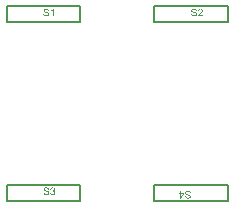
<source format=gbr>
%TF.GenerationSoftware,Altium Limited,Altium Designer,21.8.1 (53)*%
G04 Layer_Color=16711935*
%FSLAX26Y26*%
%MOIN*%
%TF.SameCoordinates,2531CBD8-4BF0-4D0B-A877-44D4BE5F07E3*%
%TF.FilePolarity,Positive*%
%TF.FileFunction,Other,Top_Assembly*%
%TF.Part,Single*%
G01*
G75*
%TA.AperFunction,NonConductor*%
%ADD25C,0.007874*%
G36*
X235934Y-288535D02*
X236230D01*
X236590Y-288568D01*
X236951Y-288601D01*
X237378Y-288633D01*
X238263Y-288732D01*
X239247Y-288929D01*
X240198Y-289158D01*
X241117Y-289486D01*
X241150D01*
X241215Y-289519D01*
X241346Y-289585D01*
X241510Y-289683D01*
X241674Y-289781D01*
X241904Y-289913D01*
X242429Y-290241D01*
X243019Y-290667D01*
X243610Y-291192D01*
X244200Y-291815D01*
X244725Y-292504D01*
Y-292537D01*
X244790Y-292602D01*
X244856Y-292701D01*
X244922Y-292865D01*
X245020Y-293061D01*
X245151Y-293258D01*
X245250Y-293521D01*
X245381Y-293816D01*
X245643Y-294505D01*
X245873Y-295259D01*
X246037Y-296145D01*
X246102Y-297063D01*
X242954Y-297325D01*
Y-297293D01*
Y-297227D01*
X242921Y-297129D01*
Y-296997D01*
X242855Y-296669D01*
X242757Y-296210D01*
X242626Y-295718D01*
X242429Y-295193D01*
X242199Y-294669D01*
X241937Y-294177D01*
X241904Y-294111D01*
X241773Y-293980D01*
X241576Y-293750D01*
X241314Y-293488D01*
X240953Y-293160D01*
X240526Y-292832D01*
X240002Y-292504D01*
X239411Y-292209D01*
X239378D01*
X239346Y-292176D01*
X239247Y-292143D01*
X239116Y-292110D01*
X238952Y-292045D01*
X238755Y-291979D01*
X238263Y-291848D01*
X237706Y-291717D01*
X237050Y-291585D01*
X236328Y-291520D01*
X235541Y-291487D01*
X235213D01*
X234852Y-291520D01*
X234393Y-291553D01*
X233901Y-291618D01*
X233310Y-291717D01*
X232753Y-291848D01*
X232195Y-292045D01*
X232162D01*
X232130Y-292077D01*
X231966Y-292143D01*
X231703Y-292274D01*
X231375Y-292438D01*
X231014Y-292668D01*
X230654Y-292930D01*
X230293Y-293225D01*
X229998Y-293586D01*
X229965Y-293619D01*
X229899Y-293750D01*
X229768Y-293980D01*
X229637Y-294242D01*
X229506Y-294570D01*
X229374Y-294931D01*
X229309Y-295325D01*
X229276Y-295751D01*
Y-295817D01*
Y-295948D01*
X229309Y-296177D01*
X229374Y-296440D01*
X229440Y-296768D01*
X229571Y-297129D01*
X229768Y-297489D01*
X229998Y-297817D01*
X230030Y-297850D01*
X230129Y-297981D01*
X230293Y-298145D01*
X230522Y-298342D01*
X230850Y-298572D01*
X231244Y-298801D01*
X231703Y-299064D01*
X232261Y-299293D01*
X232326Y-299326D01*
X232458Y-299359D01*
X232589Y-299425D01*
X232753Y-299457D01*
X232950Y-299523D01*
X233212Y-299589D01*
X233474Y-299687D01*
X233802Y-299753D01*
X234163Y-299851D01*
X234590Y-299982D01*
X235049Y-300081D01*
X235574Y-300212D01*
X236131Y-300343D01*
X236754Y-300507D01*
X236787D01*
X236918Y-300540D01*
X237082Y-300605D01*
X237312Y-300638D01*
X237607Y-300737D01*
X237902Y-300802D01*
X238657Y-301032D01*
X239444Y-301261D01*
X240264Y-301557D01*
X240986Y-301819D01*
X241314Y-301983D01*
X241609Y-302114D01*
X241642D01*
X241674Y-302147D01*
X241773Y-302213D01*
X241904Y-302278D01*
X242232Y-302475D01*
X242626Y-302770D01*
X243052Y-303098D01*
X243511Y-303492D01*
X243938Y-303951D01*
X244298Y-304443D01*
Y-304476D01*
X244331Y-304509D01*
X244430Y-304705D01*
X244561Y-304968D01*
X244725Y-305361D01*
X244889Y-305821D01*
X245020Y-306378D01*
X245118Y-306969D01*
X245151Y-307592D01*
Y-307625D01*
Y-307690D01*
Y-307789D01*
X245118Y-307920D01*
X245086Y-308281D01*
X245020Y-308773D01*
X244889Y-309330D01*
X244692Y-309921D01*
X244430Y-310544D01*
X244069Y-311167D01*
Y-311200D01*
X244003Y-311233D01*
X243872Y-311429D01*
X243610Y-311757D01*
X243282Y-312118D01*
X242822Y-312512D01*
X242298Y-312938D01*
X241642Y-313332D01*
X240920Y-313693D01*
X240887D01*
X240822Y-313725D01*
X240723Y-313791D01*
X240559Y-313824D01*
X240362Y-313889D01*
X240133Y-313988D01*
X239870Y-314053D01*
X239575Y-314152D01*
X238886Y-314283D01*
X238099Y-314447D01*
X237214Y-314545D01*
X236295Y-314578D01*
X235836D01*
X235574Y-314545D01*
X235311D01*
X234983Y-314513D01*
X234622Y-314480D01*
X233868Y-314349D01*
X233048Y-314185D01*
X232195Y-313955D01*
X231375Y-313660D01*
X231342D01*
X231277Y-313627D01*
X231178Y-313561D01*
X231014Y-313496D01*
X230621Y-313266D01*
X230162Y-312971D01*
X229604Y-312610D01*
X229079Y-312151D01*
X228522Y-311593D01*
X228062Y-310970D01*
Y-310937D01*
X227997Y-310905D01*
X227964Y-310806D01*
X227866Y-310675D01*
X227800Y-310511D01*
X227702Y-310314D01*
X227472Y-309822D01*
X227242Y-309232D01*
X227046Y-308576D01*
X226882Y-307821D01*
X226816Y-307034D01*
X230030Y-306805D01*
Y-306837D01*
Y-306903D01*
X230063Y-307034D01*
X230096Y-307198D01*
X230129Y-307395D01*
X230194Y-307625D01*
X230358Y-308149D01*
X230588Y-308707D01*
X230883Y-309297D01*
X231277Y-309888D01*
X231802Y-310380D01*
X231867Y-310445D01*
X231966Y-310478D01*
X232064Y-310577D01*
X232228Y-310675D01*
X232425Y-310773D01*
X232654Y-310872D01*
X232884Y-311003D01*
X233179Y-311101D01*
X233507Y-311200D01*
X233868Y-311298D01*
X234262Y-311397D01*
X234688Y-311495D01*
X235147Y-311528D01*
X235639Y-311593D01*
X236656D01*
X236918Y-311561D01*
X237181Y-311528D01*
X237837Y-311462D01*
X238558Y-311331D01*
X239280Y-311134D01*
X239969Y-310839D01*
X240297Y-310675D01*
X240559Y-310478D01*
X240625Y-310413D01*
X240789Y-310281D01*
X240986Y-310052D01*
X241248Y-309724D01*
X241510Y-309330D01*
X241707Y-308871D01*
X241871Y-308346D01*
X241937Y-307789D01*
Y-307723D01*
Y-307559D01*
X241871Y-307329D01*
X241806Y-307001D01*
X241707Y-306641D01*
X241543Y-306280D01*
X241314Y-305919D01*
X240986Y-305558D01*
X240920Y-305525D01*
X240854Y-305460D01*
X240756Y-305427D01*
X240625Y-305329D01*
X240461Y-305230D01*
X240231Y-305132D01*
X240002Y-305033D01*
X239674Y-304902D01*
X239313Y-304738D01*
X238919Y-304607D01*
X238460Y-304443D01*
X237935Y-304279D01*
X237345Y-304115D01*
X236689Y-303951D01*
X235967Y-303787D01*
X235934D01*
X235803Y-303754D01*
X235574Y-303689D01*
X235311Y-303623D01*
X234983Y-303557D01*
X234590Y-303459D01*
X234196Y-303361D01*
X233737Y-303229D01*
X232818Y-303000D01*
X231900Y-302737D01*
X231474Y-302573D01*
X231047Y-302442D01*
X230686Y-302311D01*
X230391Y-302180D01*
X230358D01*
X230293Y-302147D01*
X230194Y-302081D01*
X230030Y-301983D01*
X229637Y-301786D01*
X229145Y-301491D01*
X228620Y-301097D01*
X228095Y-300671D01*
X227570Y-300146D01*
X227144Y-299589D01*
Y-299556D01*
X227111Y-299523D01*
X227046Y-299425D01*
X226980Y-299326D01*
X226816Y-298998D01*
X226586Y-298572D01*
X226390Y-298047D01*
X226226Y-297424D01*
X226094Y-296768D01*
X226062Y-296013D01*
Y-295981D01*
Y-295915D01*
Y-295817D01*
X226094Y-295685D01*
Y-295489D01*
X226127Y-295292D01*
X226193Y-294800D01*
X226357Y-294209D01*
X226554Y-293586D01*
X226849Y-292897D01*
X227242Y-292241D01*
Y-292209D01*
X227308Y-292176D01*
X227374Y-292077D01*
X227439Y-291946D01*
X227734Y-291618D01*
X228095Y-291225D01*
X228554Y-290798D01*
X229112Y-290339D01*
X229801Y-289880D01*
X230555Y-289486D01*
X230588D01*
X230654Y-289453D01*
X230785Y-289388D01*
X230916Y-289322D01*
X231146Y-289257D01*
X231375Y-289191D01*
X231638Y-289093D01*
X231966Y-288994D01*
X232654Y-288830D01*
X233474Y-288666D01*
X234393Y-288535D01*
X235377Y-288502D01*
X235705D01*
X235934Y-288535D01*
D02*
G37*
G36*
X212843Y-294964D02*
X223798D01*
Y-297817D01*
X212286Y-314152D01*
X209760D01*
Y-297817D01*
X206349D01*
Y-294964D01*
X209760D01*
Y-288929D01*
X212843D01*
Y-294964D01*
D02*
G37*
G36*
X-235574Y318829D02*
X-235311D01*
X-234983Y318796D01*
X-234622Y318763D01*
X-233868Y318632D01*
X-233048Y318468D01*
X-232195Y318238D01*
X-231375Y317943D01*
X-231342D01*
X-231277Y317911D01*
X-231178Y317845D01*
X-231014Y317779D01*
X-230621Y317550D01*
X-230162Y317255D01*
X-229604Y316894D01*
X-229079Y316435D01*
X-228522Y315877D01*
X-228062Y315254D01*
Y315221D01*
X-227997Y315188D01*
X-227964Y315090D01*
X-227866Y314959D01*
X-227800Y314795D01*
X-227702Y314598D01*
X-227472Y314106D01*
X-227242Y313515D01*
X-227046Y312859D01*
X-226882Y312105D01*
X-226816Y311318D01*
X-230030Y311088D01*
Y311121D01*
Y311187D01*
X-230063Y311318D01*
X-230096Y311482D01*
X-230129Y311678D01*
X-230194Y311908D01*
X-230358Y312433D01*
X-230588Y312990D01*
X-230883Y313581D01*
X-231277Y314171D01*
X-231802Y314663D01*
X-231867Y314729D01*
X-231966Y314762D01*
X-232064Y314860D01*
X-232228Y314959D01*
X-232425Y315057D01*
X-232654Y315155D01*
X-232884Y315286D01*
X-233179Y315385D01*
X-233507Y315483D01*
X-233868Y315582D01*
X-234262Y315680D01*
X-234688Y315779D01*
X-235147Y315811D01*
X-235639Y315877D01*
X-236656D01*
X-236918Y315844D01*
X-237181Y315811D01*
X-237837Y315746D01*
X-238558Y315615D01*
X-239280Y315418D01*
X-239969Y315123D01*
X-240297Y314959D01*
X-240559Y314762D01*
X-240625Y314696D01*
X-240789Y314565D01*
X-240986Y314335D01*
X-241248Y314007D01*
X-241510Y313614D01*
X-241707Y313154D01*
X-241871Y312630D01*
X-241937Y312072D01*
Y312007D01*
Y311842D01*
X-241871Y311613D01*
X-241806Y311285D01*
X-241707Y310924D01*
X-241543Y310563D01*
X-241314Y310202D01*
X-240986Y309842D01*
X-240920Y309809D01*
X-240854Y309743D01*
X-240756Y309711D01*
X-240625Y309612D01*
X-240461Y309514D01*
X-240231Y309415D01*
X-240002Y309317D01*
X-239674Y309186D01*
X-239313Y309022D01*
X-238919Y308890D01*
X-238460Y308726D01*
X-237935Y308562D01*
X-237345Y308399D01*
X-236689Y308235D01*
X-235967Y308070D01*
X-235934D01*
X-235803Y308038D01*
X-235574Y307972D01*
X-235311Y307906D01*
X-234983Y307841D01*
X-234590Y307743D01*
X-234196Y307644D01*
X-233737Y307513D01*
X-232818Y307283D01*
X-231900Y307021D01*
X-231474Y306857D01*
X-231047Y306726D01*
X-230686Y306594D01*
X-230391Y306463D01*
X-230358D01*
X-230293Y306430D01*
X-230194Y306365D01*
X-230030Y306267D01*
X-229637Y306070D01*
X-229145Y305774D01*
X-228620Y305381D01*
X-228095Y304954D01*
X-227570Y304430D01*
X-227144Y303872D01*
Y303839D01*
X-227111Y303807D01*
X-227046Y303708D01*
X-226980Y303610D01*
X-226816Y303282D01*
X-226586Y302855D01*
X-226390Y302330D01*
X-226226Y301707D01*
X-226094Y301051D01*
X-226062Y300297D01*
Y300264D01*
Y300199D01*
Y300100D01*
X-226094Y299969D01*
Y299772D01*
X-226127Y299575D01*
X-226193Y299083D01*
X-226357Y298493D01*
X-226554Y297870D01*
X-226849Y297181D01*
X-227242Y296525D01*
Y296492D01*
X-227308Y296459D01*
X-227374Y296361D01*
X-227439Y296230D01*
X-227734Y295902D01*
X-228095Y295508D01*
X-228554Y295082D01*
X-229112Y294623D01*
X-229801Y294163D01*
X-230555Y293770D01*
X-230588D01*
X-230654Y293737D01*
X-230785Y293671D01*
X-230916Y293606D01*
X-231146Y293540D01*
X-231375Y293474D01*
X-231638Y293376D01*
X-231966Y293278D01*
X-232654Y293114D01*
X-233474Y292950D01*
X-234393Y292818D01*
X-235377Y292786D01*
X-235705D01*
X-235934Y292818D01*
X-236230D01*
X-236590Y292851D01*
X-236951Y292884D01*
X-237378Y292917D01*
X-238263Y293015D01*
X-239247Y293212D01*
X-240198Y293442D01*
X-241117Y293770D01*
X-241150D01*
X-241215Y293803D01*
X-241346Y293868D01*
X-241510Y293966D01*
X-241674Y294065D01*
X-241904Y294196D01*
X-242429Y294524D01*
X-243019Y294950D01*
X-243610Y295475D01*
X-244200Y296099D01*
X-244725Y296787D01*
Y296820D01*
X-244790Y296886D01*
X-244856Y296984D01*
X-244922Y297148D01*
X-245020Y297345D01*
X-245151Y297542D01*
X-245250Y297804D01*
X-245381Y298099D01*
X-245643Y298788D01*
X-245873Y299543D01*
X-246037Y300428D01*
X-246102Y301346D01*
X-242954Y301609D01*
Y301576D01*
Y301510D01*
X-242921Y301412D01*
Y301281D01*
X-242855Y300953D01*
X-242757Y300494D01*
X-242626Y300002D01*
X-242429Y299477D01*
X-242199Y298952D01*
X-241937Y298460D01*
X-241904Y298394D01*
X-241773Y298263D01*
X-241576Y298034D01*
X-241314Y297771D01*
X-240953Y297443D01*
X-240526Y297115D01*
X-240002Y296787D01*
X-239411Y296492D01*
X-239378D01*
X-239346Y296459D01*
X-239247Y296426D01*
X-239116Y296394D01*
X-238952Y296328D01*
X-238755Y296262D01*
X-238263Y296131D01*
X-237706Y296000D01*
X-237050Y295869D01*
X-236328Y295803D01*
X-235541Y295771D01*
X-235213D01*
X-234852Y295803D01*
X-234393Y295836D01*
X-233901Y295902D01*
X-233310Y296000D01*
X-232753Y296131D01*
X-232195Y296328D01*
X-232162D01*
X-232130Y296361D01*
X-231966Y296426D01*
X-231703Y296558D01*
X-231375Y296722D01*
X-231014Y296951D01*
X-230654Y297214D01*
X-230293Y297509D01*
X-229998Y297870D01*
X-229965Y297902D01*
X-229899Y298034D01*
X-229768Y298263D01*
X-229637Y298526D01*
X-229506Y298854D01*
X-229374Y299214D01*
X-229309Y299608D01*
X-229276Y300034D01*
Y300100D01*
Y300231D01*
X-229309Y300461D01*
X-229374Y300723D01*
X-229440Y301051D01*
X-229571Y301412D01*
X-229768Y301773D01*
X-229998Y302101D01*
X-230030Y302134D01*
X-230129Y302265D01*
X-230293Y302429D01*
X-230522Y302626D01*
X-230850Y302855D01*
X-231244Y303085D01*
X-231703Y303347D01*
X-232261Y303577D01*
X-232326Y303610D01*
X-232458Y303642D01*
X-232589Y303708D01*
X-232753Y303741D01*
X-232950Y303807D01*
X-233212Y303872D01*
X-233474Y303971D01*
X-233802Y304036D01*
X-234163Y304135D01*
X-234590Y304266D01*
X-235049Y304364D01*
X-235574Y304495D01*
X-236131Y304627D01*
X-236754Y304791D01*
X-236787D01*
X-236918Y304823D01*
X-237082Y304889D01*
X-237312Y304922D01*
X-237607Y305020D01*
X-237902Y305086D01*
X-238657Y305315D01*
X-239444Y305545D01*
X-240264Y305840D01*
X-240986Y306103D01*
X-241314Y306267D01*
X-241609Y306398D01*
X-241642D01*
X-241674Y306430D01*
X-241773Y306496D01*
X-241904Y306562D01*
X-242232Y306759D01*
X-242626Y307054D01*
X-243052Y307382D01*
X-243511Y307775D01*
X-243938Y308235D01*
X-244298Y308726D01*
Y308759D01*
X-244331Y308792D01*
X-244430Y308989D01*
X-244561Y309251D01*
X-244725Y309645D01*
X-244889Y310104D01*
X-245020Y310662D01*
X-245118Y311252D01*
X-245151Y311875D01*
Y311908D01*
Y311974D01*
Y312072D01*
X-245118Y312203D01*
X-245086Y312564D01*
X-245020Y313056D01*
X-244889Y313614D01*
X-244692Y314204D01*
X-244430Y314827D01*
X-244069Y315450D01*
Y315483D01*
X-244003Y315516D01*
X-243872Y315713D01*
X-243610Y316041D01*
X-243282Y316402D01*
X-242822Y316795D01*
X-242298Y317222D01*
X-241642Y317615D01*
X-240920Y317976D01*
X-240887D01*
X-240822Y318009D01*
X-240723Y318075D01*
X-240559Y318107D01*
X-240362Y318173D01*
X-240133Y318271D01*
X-239870Y318337D01*
X-239575Y318435D01*
X-238886Y318567D01*
X-238099Y318731D01*
X-237214Y318829D01*
X-236295Y318862D01*
X-235836D01*
X-235574Y318829D01*
D02*
G37*
G36*
X-211105Y293212D02*
X-214188D01*
Y312925D01*
X-214254Y312892D01*
X-214385Y312761D01*
X-214647Y312531D01*
X-214975Y312269D01*
X-215402Y311941D01*
X-215926Y311580D01*
X-216484Y311187D01*
X-217140Y310793D01*
X-217173D01*
X-217206Y310760D01*
X-217304Y310695D01*
X-217435Y310629D01*
X-217796Y310432D01*
X-218222Y310202D01*
X-218714Y309940D01*
X-219272Y309678D01*
X-219830Y309415D01*
X-220387Y309186D01*
Y312203D01*
X-220354D01*
X-220256Y312269D01*
X-220125Y312334D01*
X-219961Y312433D01*
X-219731Y312531D01*
X-219469Y312695D01*
X-218846Y313023D01*
X-218157Y313450D01*
X-217370Y313974D01*
X-216615Y314532D01*
X-215861Y315155D01*
X-215828Y315188D01*
X-215762Y315221D01*
X-215664Y315319D01*
X-215533Y315450D01*
X-215205Y315779D01*
X-214778Y316238D01*
X-214352Y316730D01*
X-213893Y317320D01*
X-213466Y317911D01*
X-213106Y318534D01*
X-211105D01*
Y293212D01*
D02*
G37*
G36*
X256631Y318829D02*
X256894D01*
X257222Y318796D01*
X257582Y318763D01*
X258337Y318632D01*
X259157Y318468D01*
X260010Y318238D01*
X260830Y317943D01*
X260862D01*
X260928Y317911D01*
X261026Y317845D01*
X261190Y317779D01*
X261584Y317550D01*
X262043Y317255D01*
X262601Y316894D01*
X263126Y316435D01*
X263683Y315877D01*
X264142Y315254D01*
Y315221D01*
X264208Y315188D01*
X264241Y315090D01*
X264339Y314959D01*
X264405Y314795D01*
X264503Y314598D01*
X264733Y314106D01*
X264962Y313515D01*
X265159Y312859D01*
X265323Y312105D01*
X265389Y311318D01*
X262174Y311088D01*
Y311121D01*
Y311187D01*
X262142Y311318D01*
X262109Y311482D01*
X262076Y311678D01*
X262010Y311908D01*
X261846Y312433D01*
X261617Y312990D01*
X261322Y313581D01*
X260928Y314171D01*
X260403Y314663D01*
X260338Y314729D01*
X260239Y314762D01*
X260141Y314860D01*
X259977Y314959D01*
X259780Y315057D01*
X259550Y315155D01*
X259321Y315286D01*
X259026Y315385D01*
X258698Y315483D01*
X258337Y315582D01*
X257943Y315680D01*
X257517Y315779D01*
X257058Y315811D01*
X256566Y315877D01*
X255549D01*
X255286Y315844D01*
X255024Y315811D01*
X254368Y315746D01*
X253646Y315615D01*
X252925Y315418D01*
X252236Y315123D01*
X251908Y314959D01*
X251646Y314762D01*
X251580Y314696D01*
X251416Y314565D01*
X251219Y314335D01*
X250957Y314007D01*
X250694Y313614D01*
X250498Y313154D01*
X250334Y312630D01*
X250268Y312072D01*
Y312007D01*
Y311842D01*
X250334Y311613D01*
X250399Y311285D01*
X250498Y310924D01*
X250662Y310563D01*
X250891Y310202D01*
X251219Y309842D01*
X251285Y309809D01*
X251350Y309743D01*
X251449Y309711D01*
X251580Y309612D01*
X251744Y309514D01*
X251974Y309415D01*
X252203Y309317D01*
X252531Y309186D01*
X252892Y309022D01*
X253286Y308890D01*
X253745Y308726D01*
X254270Y308562D01*
X254860Y308399D01*
X255516Y308235D01*
X256238Y308070D01*
X256270D01*
X256402Y308038D01*
X256631Y307972D01*
X256894Y307906D01*
X257222Y307841D01*
X257615Y307743D01*
X258009Y307644D01*
X258468Y307513D01*
X259386Y307283D01*
X260305Y307021D01*
X260731Y306857D01*
X261158Y306726D01*
X261518Y306594D01*
X261814Y306463D01*
X261846D01*
X261912Y306430D01*
X262010Y306365D01*
X262174Y306267D01*
X262568Y306070D01*
X263060Y305774D01*
X263585Y305381D01*
X264110Y304954D01*
X264634Y304430D01*
X265061Y303872D01*
Y303839D01*
X265094Y303807D01*
X265159Y303708D01*
X265225Y303610D01*
X265389Y303282D01*
X265618Y302855D01*
X265815Y302330D01*
X265979Y301707D01*
X266110Y301051D01*
X266143Y300297D01*
Y300264D01*
Y300199D01*
Y300100D01*
X266110Y299969D01*
Y299772D01*
X266078Y299575D01*
X266012Y299083D01*
X265848Y298493D01*
X265651Y297870D01*
X265356Y297181D01*
X264962Y296525D01*
Y296492D01*
X264897Y296459D01*
X264831Y296361D01*
X264766Y296230D01*
X264470Y295902D01*
X264110Y295508D01*
X263650Y295082D01*
X263093Y294623D01*
X262404Y294163D01*
X261650Y293770D01*
X261617D01*
X261551Y293737D01*
X261420Y293671D01*
X261289Y293606D01*
X261059Y293540D01*
X260830Y293474D01*
X260567Y293376D01*
X260239Y293278D01*
X259550Y293114D01*
X258730Y292950D01*
X257812Y292818D01*
X256828Y292786D01*
X256500D01*
X256270Y292818D01*
X255975D01*
X255614Y292851D01*
X255254Y292884D01*
X254827Y292917D01*
X253942Y293015D01*
X252958Y293212D01*
X252006Y293442D01*
X251088Y293770D01*
X251055D01*
X250990Y293803D01*
X250858Y293868D01*
X250694Y293966D01*
X250530Y294065D01*
X250301Y294196D01*
X249776Y294524D01*
X249186Y294950D01*
X248595Y295475D01*
X248005Y296099D01*
X247480Y296787D01*
Y296820D01*
X247414Y296886D01*
X247349Y296984D01*
X247283Y297148D01*
X247185Y297345D01*
X247054Y297542D01*
X246955Y297804D01*
X246824Y298099D01*
X246562Y298788D01*
X246332Y299543D01*
X246168Y300428D01*
X246102Y301346D01*
X249251Y301609D01*
Y301576D01*
Y301510D01*
X249284Y301412D01*
Y301281D01*
X249350Y300953D01*
X249448Y300494D01*
X249579Y300002D01*
X249776Y299477D01*
X250006Y298952D01*
X250268Y298460D01*
X250301Y298394D01*
X250432Y298263D01*
X250629Y298034D01*
X250891Y297771D01*
X251252Y297443D01*
X251678Y297115D01*
X252203Y296787D01*
X252794Y296492D01*
X252826D01*
X252859Y296459D01*
X252958Y296426D01*
X253089Y296394D01*
X253253Y296328D01*
X253450Y296262D01*
X253942Y296131D01*
X254499Y296000D01*
X255155Y295869D01*
X255877Y295803D01*
X256664Y295771D01*
X256992D01*
X257353Y295803D01*
X257812Y295836D01*
X258304Y295902D01*
X258894Y296000D01*
X259452Y296131D01*
X260010Y296328D01*
X260042D01*
X260075Y296361D01*
X260239Y296426D01*
X260502Y296558D01*
X260830Y296722D01*
X261190Y296951D01*
X261551Y297214D01*
X261912Y297509D01*
X262207Y297870D01*
X262240Y297902D01*
X262306Y298034D01*
X262437Y298263D01*
X262568Y298526D01*
X262699Y298854D01*
X262830Y299214D01*
X262896Y299608D01*
X262929Y300034D01*
Y300100D01*
Y300231D01*
X262896Y300461D01*
X262830Y300723D01*
X262765Y301051D01*
X262634Y301412D01*
X262437Y301773D01*
X262207Y302101D01*
X262174Y302134D01*
X262076Y302265D01*
X261912Y302429D01*
X261682Y302626D01*
X261354Y302855D01*
X260961Y303085D01*
X260502Y303347D01*
X259944Y303577D01*
X259878Y303610D01*
X259747Y303642D01*
X259616Y303708D01*
X259452Y303741D01*
X259255Y303807D01*
X258993Y303872D01*
X258730Y303971D01*
X258402Y304036D01*
X258042Y304135D01*
X257615Y304266D01*
X257156Y304364D01*
X256631Y304495D01*
X256074Y304627D01*
X255450Y304791D01*
X255418D01*
X255286Y304823D01*
X255122Y304889D01*
X254893Y304922D01*
X254598Y305020D01*
X254302Y305086D01*
X253548Y305315D01*
X252761Y305545D01*
X251941Y305840D01*
X251219Y306103D01*
X250891Y306267D01*
X250596Y306398D01*
X250563D01*
X250530Y306430D01*
X250432Y306496D01*
X250301Y306562D01*
X249973Y306759D01*
X249579Y307054D01*
X249153Y307382D01*
X248694Y307775D01*
X248267Y308235D01*
X247906Y308726D01*
Y308759D01*
X247874Y308792D01*
X247775Y308989D01*
X247644Y309251D01*
X247480Y309645D01*
X247316Y310104D01*
X247185Y310662D01*
X247086Y311252D01*
X247054Y311875D01*
Y311908D01*
Y311974D01*
Y312072D01*
X247086Y312203D01*
X247119Y312564D01*
X247185Y313056D01*
X247316Y313614D01*
X247513Y314204D01*
X247775Y314827D01*
X248136Y315450D01*
Y315483D01*
X248202Y315516D01*
X248333Y315713D01*
X248595Y316041D01*
X248923Y316402D01*
X249382Y316795D01*
X249907Y317222D01*
X250563Y317615D01*
X251285Y317976D01*
X251318D01*
X251383Y318009D01*
X251482Y318075D01*
X251646Y318107D01*
X251842Y318173D01*
X252072Y318271D01*
X252334Y318337D01*
X252630Y318435D01*
X253318Y318567D01*
X254106Y318731D01*
X254991Y318829D01*
X255910Y318862D01*
X256369D01*
X256631Y318829D01*
D02*
G37*
G36*
X278345Y318501D02*
X278673Y318468D01*
X279034Y318435D01*
X279427Y318370D01*
X279854Y318271D01*
X280772Y318042D01*
X281231Y317878D01*
X281723Y317681D01*
X282215Y317451D01*
X282674Y317156D01*
X283101Y316861D01*
X283527Y316500D01*
X283560Y316467D01*
X283626Y316402D01*
X283724Y316303D01*
X283855Y316139D01*
X284019Y315942D01*
X284216Y315713D01*
X284380Y315450D01*
X284610Y315123D01*
X284806Y314795D01*
X284970Y314401D01*
X285331Y313548D01*
X285462Y313089D01*
X285561Y312597D01*
X285626Y312072D01*
X285659Y311514D01*
Y311449D01*
Y311252D01*
X285626Y310957D01*
X285594Y310563D01*
X285495Y310137D01*
X285397Y309612D01*
X285233Y309087D01*
X285036Y308530D01*
X285003Y308464D01*
X284905Y308267D01*
X284774Y307972D01*
X284544Y307611D01*
X284249Y307152D01*
X283888Y306627D01*
X283462Y306037D01*
X282970Y305447D01*
Y305414D01*
X282904Y305381D01*
X282806Y305283D01*
X282707Y305151D01*
X282543Y304987D01*
X282346Y304791D01*
X282117Y304561D01*
X281822Y304298D01*
X281526Y304003D01*
X281166Y303675D01*
X280772Y303282D01*
X280346Y302888D01*
X279854Y302462D01*
X279362Y302035D01*
X278771Y301543D01*
X278181Y301019D01*
X278148Y300986D01*
X278050Y300920D01*
X277918Y300789D01*
X277722Y300658D01*
X277525Y300461D01*
X277262Y300231D01*
X276705Y299739D01*
X276082Y299214D01*
X275491Y298690D01*
X275229Y298460D01*
X274999Y298231D01*
X274770Y298001D01*
X274606Y297837D01*
X274573Y297804D01*
X274474Y297706D01*
X274343Y297542D01*
X274146Y297312D01*
X273950Y297082D01*
X273720Y296787D01*
X273294Y296197D01*
X285692D01*
Y293212D01*
X268997D01*
Y293278D01*
Y293409D01*
Y293606D01*
X269030Y293901D01*
X269062Y294229D01*
X269128Y294590D01*
X269226Y294950D01*
X269358Y295344D01*
Y295377D01*
X269390Y295410D01*
X269423Y295508D01*
X269489Y295639D01*
X269620Y295967D01*
X269850Y296394D01*
X270145Y296918D01*
X270473Y297476D01*
X270899Y298067D01*
X271391Y298690D01*
X271424Y298723D01*
X271457Y298755D01*
X271555Y298854D01*
X271654Y298985D01*
X271982Y299346D01*
X272441Y299805D01*
X272998Y300363D01*
X273687Y301019D01*
X274507Y301740D01*
X275458Y302527D01*
X275491Y302560D01*
X275622Y302691D01*
X275852Y302855D01*
X276114Y303085D01*
X276442Y303380D01*
X276836Y303708D01*
X277262Y304069D01*
X277689Y304462D01*
X278607Y305315D01*
X279526Y306201D01*
X279952Y306660D01*
X280346Y307087D01*
X280706Y307480D01*
X281002Y307874D01*
X281034Y307906D01*
X281067Y307972D01*
X281133Y308070D01*
X281231Y308202D01*
X281330Y308399D01*
X281461Y308595D01*
X281756Y309087D01*
X282018Y309645D01*
X282248Y310268D01*
X282412Y310957D01*
X282478Y311285D01*
Y311613D01*
Y311646D01*
Y311711D01*
Y311777D01*
X282445Y311908D01*
X282412Y312269D01*
X282314Y312695D01*
X282150Y313187D01*
X281920Y313679D01*
X281592Y314204D01*
X281133Y314696D01*
X281067Y314762D01*
X280903Y314893D01*
X280608Y315090D01*
X280214Y315352D01*
X279722Y315582D01*
X279132Y315779D01*
X278443Y315910D01*
X277689Y315975D01*
X277459D01*
X277328Y315942D01*
X277131D01*
X276902Y315910D01*
X276410Y315811D01*
X275852Y315647D01*
X275229Y315418D01*
X274638Y315090D01*
X274114Y314630D01*
X274048Y314565D01*
X273917Y314401D01*
X273687Y314073D01*
X273458Y313679D01*
X273195Y313122D01*
X272966Y312498D01*
X272834Y311777D01*
X272769Y310924D01*
X269587Y311252D01*
Y311285D01*
X269620Y311416D01*
Y311580D01*
X269653Y311842D01*
X269718Y312138D01*
X269784Y312466D01*
X269882Y312859D01*
X270014Y313253D01*
X270309Y314139D01*
X270506Y314598D01*
X270735Y315024D01*
X270998Y315483D01*
X271293Y315910D01*
X271621Y316303D01*
X272014Y316664D01*
X272047Y316697D01*
X272113Y316730D01*
X272244Y316828D01*
X272408Y316959D01*
X272638Y317091D01*
X272900Y317255D01*
X273195Y317418D01*
X273556Y317615D01*
X273950Y317779D01*
X274376Y317943D01*
X274835Y318107D01*
X275360Y318238D01*
X275885Y318370D01*
X276475Y318468D01*
X277098Y318501D01*
X277754Y318534D01*
X278115D01*
X278345Y318501D01*
D02*
G37*
G36*
X-235574Y-276899D02*
X-235311D01*
X-234983Y-276932D01*
X-234622Y-276965D01*
X-233868Y-277096D01*
X-233048Y-277260D01*
X-232195Y-277490D01*
X-231375Y-277785D01*
X-231342D01*
X-231277Y-277818D01*
X-231178Y-277883D01*
X-231014Y-277949D01*
X-230621Y-278179D01*
X-230162Y-278474D01*
X-229604Y-278835D01*
X-229079Y-279294D01*
X-228522Y-279851D01*
X-228062Y-280475D01*
Y-280507D01*
X-227997Y-280540D01*
X-227964Y-280639D01*
X-227866Y-280770D01*
X-227800Y-280934D01*
X-227702Y-281131D01*
X-227472Y-281623D01*
X-227242Y-282213D01*
X-227046Y-282869D01*
X-226882Y-283623D01*
X-226816Y-284411D01*
X-230030Y-284640D01*
Y-284607D01*
Y-284542D01*
X-230063Y-284411D01*
X-230096Y-284247D01*
X-230129Y-284050D01*
X-230194Y-283820D01*
X-230358Y-283295D01*
X-230588Y-282738D01*
X-230883Y-282147D01*
X-231277Y-281557D01*
X-231802Y-281065D01*
X-231867Y-280999D01*
X-231966Y-280967D01*
X-232064Y-280868D01*
X-232228Y-280770D01*
X-232425Y-280671D01*
X-232654Y-280573D01*
X-232884Y-280442D01*
X-233179Y-280343D01*
X-233507Y-280245D01*
X-233868Y-280147D01*
X-234262Y-280048D01*
X-234688Y-279950D01*
X-235147Y-279917D01*
X-235639Y-279851D01*
X-236656D01*
X-236918Y-279884D01*
X-237181Y-279917D01*
X-237837Y-279983D01*
X-238558Y-280114D01*
X-239280Y-280311D01*
X-239969Y-280606D01*
X-240297Y-280770D01*
X-240559Y-280967D01*
X-240625Y-281032D01*
X-240789Y-281163D01*
X-240986Y-281393D01*
X-241248Y-281721D01*
X-241510Y-282115D01*
X-241707Y-282574D01*
X-241871Y-283099D01*
X-241937Y-283656D01*
Y-283722D01*
Y-283886D01*
X-241871Y-284115D01*
X-241806Y-284443D01*
X-241707Y-284804D01*
X-241543Y-285165D01*
X-241314Y-285526D01*
X-240986Y-285887D01*
X-240920Y-285919D01*
X-240854Y-285985D01*
X-240756Y-286018D01*
X-240625Y-286116D01*
X-240461Y-286215D01*
X-240231Y-286313D01*
X-240002Y-286411D01*
X-239674Y-286543D01*
X-239313Y-286707D01*
X-238919Y-286838D01*
X-238460Y-287002D01*
X-237935Y-287166D01*
X-237345Y-287330D01*
X-236689Y-287494D01*
X-235967Y-287658D01*
X-235934D01*
X-235803Y-287691D01*
X-235574Y-287756D01*
X-235311Y-287822D01*
X-234983Y-287887D01*
X-234590Y-287986D01*
X-234196Y-288084D01*
X-233737Y-288215D01*
X-232818Y-288445D01*
X-231900Y-288707D01*
X-231474Y-288871D01*
X-231047Y-289003D01*
X-230686Y-289134D01*
X-230391Y-289265D01*
X-230358D01*
X-230293Y-289298D01*
X-230194Y-289363D01*
X-230030Y-289462D01*
X-229637Y-289659D01*
X-229145Y-289954D01*
X-228620Y-290347D01*
X-228095Y-290774D01*
X-227570Y-291299D01*
X-227144Y-291856D01*
Y-291889D01*
X-227111Y-291922D01*
X-227046Y-292020D01*
X-226980Y-292119D01*
X-226816Y-292447D01*
X-226586Y-292873D01*
X-226390Y-293398D01*
X-226226Y-294021D01*
X-226094Y-294677D01*
X-226062Y-295431D01*
Y-295464D01*
Y-295530D01*
Y-295628D01*
X-226094Y-295759D01*
Y-295956D01*
X-226127Y-296153D01*
X-226193Y-296645D01*
X-226357Y-297235D01*
X-226554Y-297859D01*
X-226849Y-298547D01*
X-227242Y-299203D01*
Y-299236D01*
X-227308Y-299269D01*
X-227374Y-299367D01*
X-227439Y-299499D01*
X-227734Y-299827D01*
X-228095Y-300220D01*
X-228554Y-300647D01*
X-229112Y-301106D01*
X-229801Y-301565D01*
X-230555Y-301959D01*
X-230588D01*
X-230654Y-301991D01*
X-230785Y-302057D01*
X-230916Y-302123D01*
X-231146Y-302188D01*
X-231375Y-302254D01*
X-231638Y-302352D01*
X-231966Y-302451D01*
X-232654Y-302615D01*
X-233474Y-302779D01*
X-234393Y-302910D01*
X-235377Y-302943D01*
X-235705D01*
X-235934Y-302910D01*
X-236230D01*
X-236590Y-302877D01*
X-236951Y-302844D01*
X-237378Y-302811D01*
X-238263Y-302713D01*
X-239247Y-302516D01*
X-240198Y-302287D01*
X-241117Y-301959D01*
X-241150D01*
X-241215Y-301926D01*
X-241346Y-301860D01*
X-241510Y-301762D01*
X-241674Y-301663D01*
X-241904Y-301532D01*
X-242429Y-301204D01*
X-243019Y-300778D01*
X-243610Y-300253D01*
X-244200Y-299630D01*
X-244725Y-298941D01*
Y-298908D01*
X-244790Y-298843D01*
X-244856Y-298744D01*
X-244922Y-298580D01*
X-245020Y-298383D01*
X-245151Y-298187D01*
X-245250Y-297924D01*
X-245381Y-297629D01*
X-245643Y-296940D01*
X-245873Y-296186D01*
X-246037Y-295300D01*
X-246102Y-294382D01*
X-242954Y-294119D01*
Y-294152D01*
Y-294218D01*
X-242921Y-294316D01*
Y-294447D01*
X-242855Y-294775D01*
X-242757Y-295235D01*
X-242626Y-295727D01*
X-242429Y-296251D01*
X-242199Y-296776D01*
X-241937Y-297268D01*
X-241904Y-297334D01*
X-241773Y-297465D01*
X-241576Y-297695D01*
X-241314Y-297957D01*
X-240953Y-298285D01*
X-240526Y-298613D01*
X-240002Y-298941D01*
X-239411Y-299236D01*
X-239378D01*
X-239346Y-299269D01*
X-239247Y-299302D01*
X-239116Y-299335D01*
X-238952Y-299400D01*
X-238755Y-299466D01*
X-238263Y-299597D01*
X-237706Y-299728D01*
X-237050Y-299859D01*
X-236328Y-299925D01*
X-235541Y-299958D01*
X-235213D01*
X-234852Y-299925D01*
X-234393Y-299892D01*
X-233901Y-299827D01*
X-233310Y-299728D01*
X-232753Y-299597D01*
X-232195Y-299400D01*
X-232162D01*
X-232130Y-299367D01*
X-231966Y-299302D01*
X-231703Y-299171D01*
X-231375Y-299007D01*
X-231014Y-298777D01*
X-230654Y-298515D01*
X-230293Y-298219D01*
X-229998Y-297859D01*
X-229965Y-297826D01*
X-229899Y-297695D01*
X-229768Y-297465D01*
X-229637Y-297203D01*
X-229506Y-296875D01*
X-229374Y-296514D01*
X-229309Y-296120D01*
X-229276Y-295694D01*
Y-295628D01*
Y-295497D01*
X-229309Y-295267D01*
X-229374Y-295005D01*
X-229440Y-294677D01*
X-229571Y-294316D01*
X-229768Y-293955D01*
X-229998Y-293627D01*
X-230030Y-293595D01*
X-230129Y-293463D01*
X-230293Y-293299D01*
X-230522Y-293103D01*
X-230850Y-292873D01*
X-231244Y-292643D01*
X-231703Y-292381D01*
X-232261Y-292151D01*
X-232326Y-292119D01*
X-232458Y-292086D01*
X-232589Y-292020D01*
X-232753Y-291987D01*
X-232950Y-291922D01*
X-233212Y-291856D01*
X-233474Y-291758D01*
X-233802Y-291692D01*
X-234163Y-291594D01*
X-234590Y-291463D01*
X-235049Y-291364D01*
X-235574Y-291233D01*
X-236131Y-291102D01*
X-236754Y-290938D01*
X-236787D01*
X-236918Y-290905D01*
X-237082Y-290839D01*
X-237312Y-290807D01*
X-237607Y-290708D01*
X-237902Y-290643D01*
X-238657Y-290413D01*
X-239444Y-290183D01*
X-240264Y-289888D01*
X-240986Y-289626D01*
X-241314Y-289462D01*
X-241609Y-289331D01*
X-241642D01*
X-241674Y-289298D01*
X-241773Y-289232D01*
X-241904Y-289167D01*
X-242232Y-288970D01*
X-242626Y-288675D01*
X-243052Y-288347D01*
X-243511Y-287953D01*
X-243938Y-287494D01*
X-244298Y-287002D01*
Y-286969D01*
X-244331Y-286936D01*
X-244430Y-286739D01*
X-244561Y-286477D01*
X-244725Y-286083D01*
X-244889Y-285624D01*
X-245020Y-285067D01*
X-245118Y-284476D01*
X-245151Y-283853D01*
Y-283820D01*
Y-283755D01*
Y-283656D01*
X-245118Y-283525D01*
X-245086Y-283164D01*
X-245020Y-282672D01*
X-244889Y-282115D01*
X-244692Y-281524D01*
X-244430Y-280901D01*
X-244069Y-280278D01*
Y-280245D01*
X-244003Y-280212D01*
X-243872Y-280015D01*
X-243610Y-279687D01*
X-243282Y-279327D01*
X-242822Y-278933D01*
X-242298Y-278507D01*
X-241642Y-278113D01*
X-240920Y-277752D01*
X-240887D01*
X-240822Y-277719D01*
X-240723Y-277654D01*
X-240559Y-277621D01*
X-240362Y-277555D01*
X-240133Y-277457D01*
X-239870Y-277391D01*
X-239575Y-277293D01*
X-238886Y-277162D01*
X-238099Y-276998D01*
X-237214Y-276899D01*
X-236295Y-276867D01*
X-235836D01*
X-235574Y-276899D01*
D02*
G37*
G36*
X-214352Y-277227D02*
X-214122D01*
X-213630Y-277293D01*
X-213040Y-277424D01*
X-212417Y-277555D01*
X-211761Y-277785D01*
X-211105Y-278080D01*
X-211072D01*
X-211039Y-278113D01*
X-210941Y-278179D01*
X-210810Y-278244D01*
X-210514Y-278441D01*
X-210121Y-278703D01*
X-209694Y-279064D01*
X-209235Y-279491D01*
X-208809Y-279950D01*
X-208448Y-280507D01*
Y-280540D01*
X-208415Y-280573D01*
X-208284Y-280770D01*
X-208153Y-281098D01*
X-207956Y-281491D01*
X-207792Y-281983D01*
X-207628Y-282541D01*
X-207530Y-283131D01*
X-207497Y-283755D01*
Y-283787D01*
Y-283820D01*
Y-284017D01*
X-207530Y-284345D01*
X-207595Y-284739D01*
X-207726Y-285198D01*
X-207858Y-285690D01*
X-208087Y-286215D01*
X-208382Y-286739D01*
X-208415Y-286805D01*
X-208546Y-286969D01*
X-208743Y-287199D01*
X-209038Y-287494D01*
X-209399Y-287855D01*
X-209858Y-288215D01*
X-210383Y-288543D01*
X-210974Y-288871D01*
X-210941D01*
X-210875Y-288904D01*
X-210744Y-288937D01*
X-210613Y-288970D01*
X-210416Y-289035D01*
X-210186Y-289134D01*
X-209694Y-289331D01*
X-209137Y-289626D01*
X-208579Y-290019D01*
X-207989Y-290479D01*
X-207497Y-291036D01*
Y-291069D01*
X-207431Y-291102D01*
X-207366Y-291200D01*
X-207300Y-291331D01*
X-207202Y-291495D01*
X-207103Y-291659D01*
X-206874Y-292151D01*
X-206644Y-292742D01*
X-206447Y-293431D01*
X-206316Y-294185D01*
X-206250Y-295071D01*
Y-295103D01*
Y-295202D01*
Y-295399D01*
X-206283Y-295628D01*
X-206316Y-295923D01*
X-206382Y-296251D01*
X-206447Y-296612D01*
X-206546Y-297006D01*
X-206677Y-297432D01*
X-206841Y-297891D01*
X-207038Y-298351D01*
X-207267Y-298843D01*
X-207562Y-299302D01*
X-207890Y-299794D01*
X-208251Y-300253D01*
X-208678Y-300679D01*
X-208710Y-300712D01*
X-208776Y-300778D01*
X-208907Y-300876D01*
X-209104Y-301040D01*
X-209334Y-301204D01*
X-209629Y-301401D01*
X-209957Y-301598D01*
X-210318Y-301795D01*
X-210744Y-302024D01*
X-211203Y-302221D01*
X-211695Y-302418D01*
X-212253Y-302582D01*
X-212810Y-302746D01*
X-213434Y-302844D01*
X-214057Y-302910D01*
X-214746Y-302943D01*
X-215074D01*
X-215303Y-302910D01*
X-215566Y-302877D01*
X-215894Y-302844D01*
X-216287Y-302779D01*
X-216681Y-302680D01*
X-217534Y-302451D01*
X-217993Y-302287D01*
X-218452Y-302123D01*
X-218944Y-301893D01*
X-219403Y-301631D01*
X-219830Y-301335D01*
X-220256Y-300975D01*
X-220289Y-300942D01*
X-220354Y-300876D01*
X-220453Y-300778D01*
X-220617Y-300614D01*
X-220781Y-300417D01*
X-220978Y-300187D01*
X-221174Y-299892D01*
X-221404Y-299597D01*
X-221601Y-299236D01*
X-221830Y-298843D01*
X-222027Y-298416D01*
X-222224Y-297957D01*
X-222421Y-297465D01*
X-222552Y-296973D01*
X-222683Y-296415D01*
X-222749Y-295825D01*
X-219666Y-295399D01*
Y-295431D01*
X-219633Y-295530D01*
X-219600Y-295661D01*
X-219567Y-295825D01*
X-219502Y-296055D01*
X-219436Y-296284D01*
X-219239Y-296875D01*
X-219010Y-297498D01*
X-218682Y-298121D01*
X-218321Y-298744D01*
X-218124Y-299007D01*
X-217894Y-299236D01*
X-217829Y-299269D01*
X-217665Y-299400D01*
X-217402Y-299597D01*
X-217009Y-299794D01*
X-216550Y-300023D01*
X-216025Y-300187D01*
X-215402Y-300319D01*
X-214746Y-300384D01*
X-214516D01*
X-214385Y-300351D01*
X-214188D01*
X-213958Y-300319D01*
X-213466Y-300187D01*
X-212876Y-300023D01*
X-212253Y-299761D01*
X-211630Y-299367D01*
X-211334Y-299138D01*
X-211039Y-298875D01*
X-211006Y-298843D01*
X-210974Y-298810D01*
X-210908Y-298711D01*
X-210810Y-298613D01*
X-210547Y-298285D01*
X-210285Y-297826D01*
X-210022Y-297301D01*
X-209760Y-296645D01*
X-209596Y-295923D01*
X-209530Y-295530D01*
Y-295136D01*
Y-295103D01*
Y-295038D01*
Y-294939D01*
X-209563Y-294775D01*
Y-294611D01*
X-209596Y-294382D01*
X-209694Y-293890D01*
X-209858Y-293332D01*
X-210121Y-292742D01*
X-210482Y-292184D01*
X-210678Y-291889D01*
X-210941Y-291627D01*
X-211006Y-291561D01*
X-211203Y-291397D01*
X-211498Y-291200D01*
X-211892Y-290938D01*
X-212417Y-290675D01*
X-213007Y-290479D01*
X-213696Y-290315D01*
X-214483Y-290249D01*
X-214844D01*
X-215074Y-290282D01*
X-215402Y-290315D01*
X-215795Y-290380D01*
X-216222Y-290479D01*
X-216681Y-290577D01*
X-216320Y-287855D01*
X-216254D01*
X-216156Y-287887D01*
X-215992Y-287920D01*
X-215631D01*
X-215500Y-287887D01*
X-215106Y-287855D01*
X-214647Y-287789D01*
X-214090Y-287658D01*
X-213499Y-287494D01*
X-212876Y-287231D01*
X-212286Y-286903D01*
X-212253D01*
X-212220Y-286838D01*
X-212023Y-286707D01*
X-211761Y-286444D01*
X-211466Y-286116D01*
X-211170Y-285657D01*
X-210941Y-285099D01*
X-210744Y-284443D01*
X-210711Y-284083D01*
X-210678Y-283689D01*
Y-283656D01*
Y-283623D01*
X-210711Y-283394D01*
X-210744Y-283099D01*
X-210810Y-282705D01*
X-210974Y-282279D01*
X-211170Y-281819D01*
X-211466Y-281327D01*
X-211859Y-280901D01*
X-211925Y-280835D01*
X-212056Y-280704D01*
X-212318Y-280540D01*
X-212646Y-280311D01*
X-213073Y-280114D01*
X-213598Y-279917D01*
X-214155Y-279786D01*
X-214811Y-279753D01*
X-214975D01*
X-215106Y-279786D01*
X-215467Y-279819D01*
X-215894Y-279884D01*
X-216353Y-280048D01*
X-216878Y-280245D01*
X-217370Y-280507D01*
X-217862Y-280901D01*
X-217927Y-280967D01*
X-218058Y-281098D01*
X-218255Y-281360D01*
X-218485Y-281754D01*
X-218747Y-282213D01*
X-219010Y-282803D01*
X-219206Y-283492D01*
X-219370Y-284279D01*
X-222454Y-283722D01*
Y-283689D01*
X-222421Y-283591D01*
X-222388Y-283427D01*
X-222322Y-283197D01*
X-222257Y-282967D01*
X-222158Y-282639D01*
X-222060Y-282311D01*
X-221929Y-281951D01*
X-221568Y-281196D01*
X-221142Y-280409D01*
X-220584Y-279622D01*
X-220256Y-279261D01*
X-219895Y-278933D01*
X-219862Y-278900D01*
X-219797Y-278867D01*
X-219698Y-278769D01*
X-219534Y-278671D01*
X-219338Y-278539D01*
X-219108Y-278375D01*
X-218813Y-278211D01*
X-218518Y-278047D01*
X-218157Y-277916D01*
X-217796Y-277752D01*
X-216943Y-277457D01*
X-215959Y-277260D01*
X-215434Y-277227D01*
X-214877Y-277195D01*
X-214516D01*
X-214352Y-277227D01*
D02*
G37*
%LPC*%
G36*
X220781Y-297817D02*
X212843D01*
Y-309199D01*
X220781Y-297817D01*
D02*
G37*
%LPD*%
D25*
X124055Y-321996D02*
X368150D01*
X124055D02*
Y-269831D01*
X368150D01*
Y-321996D02*
Y-269831D01*
X-368150Y274114D02*
Y326280D01*
Y274114D02*
X-124055D01*
Y326280D01*
X-368150D02*
X-124055D01*
X124055Y274114D02*
Y326280D01*
Y274114D02*
X368150D01*
Y326280D01*
X124055D02*
X368150D01*
X-368150Y-321614D02*
Y-269449D01*
Y-321614D02*
X-124055D01*
Y-269449D01*
X-368150D02*
X-124055D01*
%TF.MD5,e78c0fec6d194d72d752051dc4254804*%
M02*

</source>
